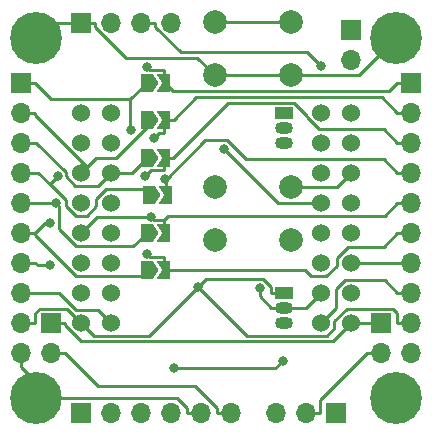
<source format=gbr>
%TF.GenerationSoftware,KiCad,Pcbnew,(6.0.7)*%
%TF.CreationDate,2022-09-26T10:55:09-05:00*%
%TF.ProjectId,OpenMuscle5,4f70656e-4d75-4736-936c-65352e6b6963,rev?*%
%TF.SameCoordinates,Original*%
%TF.FileFunction,Copper,L1,Top*%
%TF.FilePolarity,Positive*%
%FSLAX46Y46*%
G04 Gerber Fmt 4.6, Leading zero omitted, Abs format (unit mm)*
G04 Created by KiCad (PCBNEW (6.0.7)) date 2022-09-26 10:55:09*
%MOMM*%
%LPD*%
G01*
G04 APERTURE LIST*
G04 Aperture macros list*
%AMFreePoly0*
4,1,6,1.000000,0.000000,0.500000,-0.750000,-0.500000,-0.750000,-0.500000,0.750000,0.500000,0.750000,1.000000,0.000000,1.000000,0.000000,$1*%
%AMFreePoly1*
4,1,6,0.500000,-0.750000,-0.650000,-0.750000,-0.150000,0.000000,-0.650000,0.750000,0.500000,0.750000,0.500000,-0.750000,0.500000,-0.750000,$1*%
G04 Aperture macros list end*
%TA.AperFunction,ComponentPad*%
%ADD10R,1.700000X1.700000*%
%TD*%
%TA.AperFunction,ComponentPad*%
%ADD11O,1.700000X1.700000*%
%TD*%
%TA.AperFunction,SMDPad,CuDef*%
%ADD12FreePoly0,0.000000*%
%TD*%
%TA.AperFunction,SMDPad,CuDef*%
%ADD13FreePoly1,0.000000*%
%TD*%
%TA.AperFunction,ComponentPad*%
%ADD14C,1.524000*%
%TD*%
%TA.AperFunction,ComponentPad*%
%ADD15C,2.000000*%
%TD*%
%TA.AperFunction,ComponentPad*%
%ADD16C,4.400000*%
%TD*%
%TA.AperFunction,ComponentPad*%
%ADD17R,1.500000X1.050000*%
%TD*%
%TA.AperFunction,ComponentPad*%
%ADD18O,1.500000X1.050000*%
%TD*%
%TA.AperFunction,ViaPad*%
%ADD19C,0.800000*%
%TD*%
%TA.AperFunction,Conductor*%
%ADD20C,0.250000*%
%TD*%
G04 APERTURE END LIST*
D10*
%TO.P,BT1,1,Pin_1*%
%TO.N,Net-(Ch1-Pad3)*%
X181610000Y-78105000D03*
D11*
%TO.P,BT1,2,Pin_2*%
%TO.N,Net-(Ch1-Pad4)*%
X181610000Y-80645000D03*
%TD*%
D12*
%TO.P,NC1,1,A*%
%TO.N,Net-(E1-Pad6)*%
X164285000Y-82550000D03*
D13*
%TO.P,NC1,2,B*%
%TO.N,Net-(A1-Pad2)*%
X165735000Y-82550000D03*
%TD*%
D10*
%TO.P,Ch1,1,VIN*%
%TO.N,unconnected-(Ch1-Pad1)*%
X158750000Y-110490000D03*
D11*
%TO.P,Ch1,2,IN-GND*%
%TO.N,unconnected-(Ch1-Pad2)*%
X161290000Y-110490000D03*
%TO.P,Ch1,3,BAT-GND*%
%TO.N,Net-(Ch1-Pad3)*%
X163830000Y-110490000D03*
%TO.P,Ch1,4,BAT+*%
%TO.N,Net-(Ch1-Pad4)*%
X166370000Y-110490000D03*
%TO.P,Ch1,5,OUT-GND*%
%TO.N,Net-(J1-Pad10)*%
X168910000Y-110490000D03*
%TO.P,Ch1,6,OUT-5V*%
%TO.N,Net-(Ch1-Pad6)*%
X171450000Y-110490000D03*
%TD*%
D10*
%TO.P,Five2,1,Pin_1*%
%TO.N,Net-(E1-Pad150)*%
X184150000Y-102870000D03*
D11*
%TO.P,Five2,2,Pin_2*%
%TO.N,Net-(Ch1-Pad6)*%
X184150000Y-105410000D03*
%TD*%
D10*
%TO.P,J1,1,ACD0*%
%TO.N,Net-(E1-Pad6)*%
X153670000Y-82550000D03*
D11*
%TO.P,J1,2,ADC1*%
%TO.N,Net-(E1-Pad5)*%
X153670000Y-85090000D03*
%TO.P,J1,3,Pin_3*%
%TO.N,Net-(E1-Pad4)*%
X153670000Y-87630000D03*
%TO.P,J1,4,Pin_4*%
%TO.N,Net-(E1-Pad3)*%
X153670000Y-90170000D03*
%TO.P,J1,5,Pin_5*%
%TO.N,Net-(E1-Pad2)*%
X153670000Y-92710000D03*
%TO.P,J1,6,Pin_6*%
%TO.N,Net-(E1-Pad1)*%
X153670000Y-95250000D03*
%TO.P,J1,7,Pin_7*%
%TO.N,Net-(E1-Pad7)*%
X153670000Y-97790000D03*
%TO.P,J1,8,Pin_8*%
%TO.N,Net-(E1-Pad14)*%
X153670000Y-100330000D03*
%TO.P,J1,9,Pin_9*%
%TO.N,Net-(E1-Pad133)*%
X153670000Y-102870000D03*
%TO.P,J1,10,Pin_10*%
%TO.N,Net-(J1-Pad10)*%
X153670000Y-105410000D03*
%TD*%
D12*
%TO.P,NC3,1,A*%
%TO.N,Net-(E1-Pad4)*%
X164285000Y-88900000D03*
D13*
%TO.P,NC3,2,B*%
%TO.N,Net-(A3-Pad2)*%
X165735000Y-88900000D03*
%TD*%
D14*
%TO.P,E1,0,EN*%
%TO.N,unconnected-(E1-Pad0)*%
X158750000Y-85090000D03*
%TO.P,E1,1,ADC1_0*%
%TO.N,Net-(E1-Pad1)*%
X161290000Y-85090000D03*
%TO.P,E1,2,ADC1_1*%
%TO.N,Net-(E1-Pad2)*%
X161290000Y-87630000D03*
%TO.P,E1,3,ADC1_2*%
%TO.N,Net-(E1-Pad3)*%
X158750000Y-87630000D03*
%TO.P,E1,4,ADC1_3*%
%TO.N,Net-(E1-Pad4)*%
X161290000Y-90170000D03*
%TO.P,E1,5,ADC1_4*%
%TO.N,Net-(E1-Pad5)*%
X158750000Y-90170000D03*
%TO.P,E1,6,ADC1_5*%
%TO.N,Net-(E1-Pad6)*%
X161290000Y-92710000D03*
%TO.P,E1,7,ADC1_6*%
%TO.N,Net-(E1-Pad7)*%
X158750000Y-92710000D03*
%TO.P,E1,8,ADC1_7*%
%TO.N,Net-(A6-Pad2)*%
X161290000Y-95250000D03*
%TO.P,E1,9,ADC1_8*%
%TO.N,Net-(A5-Pad2)*%
X158750000Y-95250000D03*
%TO.P,E1,10,ADC1_9*%
%TO.N,Net-(A4-Pad2)*%
X161290000Y-97790000D03*
%TO.P,E1,11,ADC2_0*%
%TO.N,Net-(A3-Pad2)*%
X158750000Y-97790000D03*
%TO.P,E1,12,ADC2_1*%
%TO.N,Net-(A2-Pad2)*%
X158750000Y-100330000D03*
%TO.P,E1,13,ADC2_2*%
%TO.N,Net-(A1-Pad2)*%
X161290000Y-100330000D03*
%TO.P,E1,14,ADC2_3*%
%TO.N,Net-(E1-Pad14)*%
X161290000Y-102870000D03*
%TO.P,E1,15,ADC2_4*%
%TO.N,Net-(E1-Pad15)*%
X179070000Y-102870000D03*
%TO.P,E1,16,ADC2_5*%
%TO.N,Net-(E1-Pad16)*%
X181610000Y-97790000D03*
%TO.P,E1,17,ADC2_6*%
%TO.N,Net-(E1-Pad17)*%
X179070000Y-97790000D03*
%TO.P,E1,18,ADC2_7*%
%TO.N,Net-(E1-Pad18)*%
X181610000Y-95250000D03*
%TO.P,E1,21,21*%
%TO.N,unconnected-(E1-Pad21)*%
X179070000Y-95250000D03*
%TO.P,E1,33,FSPI_HD_io4*%
%TO.N,Net-(E1-Pad33)*%
X181610000Y-92710000D03*
%TO.P,E1,34,FSPI_SCO_dqs*%
%TO.N,Net-(E1-Pad34)*%
X179070000Y-92710000D03*
%TO.P,E1,35,FSPI_D_io6*%
%TO.N,Net-(E1-Pad35)*%
X181610000Y-90170000D03*
%TO.P,E1,36,FSPI_CLK_io7*%
%TO.N,Net-(E1-Pad36)*%
X179070000Y-90170000D03*
%TO.P,E1,37,FSPI_Q*%
%TO.N,unconnected-(E1-Pad37)*%
X181610000Y-87630000D03*
%TO.P,E1,38,FSPI_WP*%
%TO.N,unconnected-(E1-Pad38)*%
X179070000Y-87630000D03*
%TO.P,E1,39,CLK3*%
%TO.N,unconnected-(E1-Pad39)*%
X181610000Y-85090000D03*
%TO.P,E1,40,CLK2*%
%TO.N,unconnected-(E1-Pad40)*%
X179070000Y-85090000D03*
%TO.P,E1,129,GND*%
%TO.N,Net-(J1-Pad10)*%
X179070000Y-100330000D03*
%TO.P,E1,130,GND*%
X181610000Y-100330000D03*
%TO.P,E1,133,3.3V*%
%TO.N,Net-(E1-Pad133)*%
X158750000Y-102870000D03*
%TO.P,E1,150,VBUS*%
%TO.N,Net-(E1-Pad150)*%
X181610000Y-102870000D03*
%TD*%
D15*
%TO.P,SW3,1,1*%
%TO.N,Net-(E1-Pad35)*%
X170030000Y-91385000D03*
X176530000Y-91385000D03*
%TO.P,SW3,2,2*%
%TO.N,Net-(J1-Pad10)*%
X176530000Y-95885000D03*
X170030000Y-95885000D03*
%TD*%
D10*
%TO.P,Five1,1,Pin_1*%
%TO.N,Net-(E1-Pad150)*%
X156210000Y-102870000D03*
D11*
%TO.P,Five1,2,Pin_2*%
%TO.N,Net-(Ch1-Pad6)*%
X156210000Y-105410000D03*
%TD*%
D16*
%TO.P,H3,1,1*%
%TO.N,Net-(J1-Pad10)*%
X154940000Y-109220000D03*
%TD*%
D10*
%TO.P,S1,1,GND*%
%TO.N,Net-(J1-Pad10)*%
X158750000Y-77470000D03*
D11*
%TO.P,S1,2,VCC*%
%TO.N,Net-(E1-Pad150)*%
X161290000Y-77470000D03*
%TO.P,S1,3,SCL*%
%TO.N,Net-(E1-Pad33)*%
X163830000Y-77470000D03*
%TO.P,S1,4,SDA*%
%TO.N,Net-(E1-Pad34)*%
X166370000Y-77470000D03*
%TD*%
D12*
%TO.P,NC6,1,A*%
%TO.N,Net-(E1-Pad1)*%
X164285000Y-98425000D03*
D13*
%TO.P,NC6,2,B*%
%TO.N,Net-(A6-Pad2)*%
X165735000Y-98425000D03*
%TD*%
D16*
%TO.P,H4,1,1*%
%TO.N,Net-(J1-Pad10)*%
X185420000Y-109220000D03*
%TD*%
D12*
%TO.P,NC5,1,A*%
%TO.N,Net-(E1-Pad2)*%
X164285000Y-95250000D03*
D13*
%TO.P,NC5,2,B*%
%TO.N,Net-(A5-Pad2)*%
X165735000Y-95250000D03*
%TD*%
D16*
%TO.P,H2,1,1*%
%TO.N,Net-(J1-Pad10)*%
X185420000Y-78740000D03*
%TD*%
D12*
%TO.P,NC2,1,A*%
%TO.N,Net-(E1-Pad5)*%
X164285000Y-85725000D03*
D13*
%TO.P,NC2,2,B*%
%TO.N,Net-(A2-Pad2)*%
X165735000Y-85725000D03*
%TD*%
D16*
%TO.P,H1,1,1*%
%TO.N,Net-(J1-Pad10)*%
X154940000Y-78740000D03*
%TD*%
D10*
%TO.P,J2,1,ACD0*%
%TO.N,Net-(A1-Pad2)*%
X186690000Y-82550000D03*
D11*
%TO.P,J2,2,ADC1*%
%TO.N,Net-(A2-Pad2)*%
X186690000Y-85090000D03*
%TO.P,J2,3,Pin_3*%
%TO.N,Net-(A3-Pad2)*%
X186690000Y-87630000D03*
%TO.P,J2,4,Pin_4*%
%TO.N,Net-(A4-Pad2)*%
X186690000Y-90170000D03*
%TO.P,J2,5,Pin_5*%
%TO.N,Net-(A5-Pad2)*%
X186690000Y-92710000D03*
%TO.P,J2,6,Pin_6*%
%TO.N,Net-(A6-Pad2)*%
X186690000Y-95250000D03*
%TO.P,J2,7,Pin_7*%
%TO.N,Net-(E1-Pad16)*%
X186690000Y-97790000D03*
%TO.P,J2,8,Pin_8*%
%TO.N,Net-(E1-Pad15)*%
X186690000Y-100330000D03*
%TO.P,J2,9,Pin_9*%
%TO.N,Net-(E1-Pad133)*%
X186690000Y-102870000D03*
%TO.P,J2,10,Pin_10*%
%TO.N,Net-(J1-Pad10)*%
X186690000Y-105410000D03*
%TD*%
D10*
%TO.P,SW1,1,A*%
%TO.N,Net-(E1-Pad150)*%
X180340000Y-110490000D03*
D11*
%TO.P,SW1,2,B*%
%TO.N,Net-(Ch1-Pad6)*%
X177800000Y-110490000D03*
%TO.P,SW1,3*%
%TO.N,N/C*%
X175260000Y-110490000D03*
%TD*%
D15*
%TO.P,SW2,1,1*%
%TO.N,Net-(E1-Pad36)*%
X170030000Y-77415000D03*
X176530000Y-77415000D03*
%TO.P,SW2,2,2*%
%TO.N,Net-(J1-Pad10)*%
X170030000Y-81915000D03*
X176530000Y-81915000D03*
%TD*%
D12*
%TO.P,NC4,1,A*%
%TO.N,Net-(E1-Pad3)*%
X164465000Y-92075000D03*
D13*
%TO.P,NC4,2,B*%
%TO.N,Net-(A4-Pad2)*%
X165915000Y-92075000D03*
%TD*%
D17*
%TO.P,U2,1,VCC*%
%TO.N,Net-(E1-Pad133)*%
X175895000Y-100330000D03*
D18*
%TO.P,U2,2,GND*%
%TO.N,Net-(J1-Pad10)*%
X175895000Y-101600000D03*
%TO.P,U2,3,OUT*%
%TO.N,Net-(A4-Pad1)*%
X175895000Y-102870000D03*
%TD*%
D17*
%TO.P,U1,1,VCC*%
%TO.N,Net-(E1-Pad133)*%
X175895000Y-85090000D03*
D18*
%TO.P,U1,2,GND*%
%TO.N,Net-(J1-Pad10)*%
X175895000Y-86360000D03*
%TO.P,U1,3,OUT*%
%TO.N,Net-(A1-Pad1)*%
X175895000Y-87630000D03*
%TD*%
D19*
%TO.N,Net-(E1-Pad133)*%
X168651900Y-99825900D03*
%TO.N,Net-(A1-Pad2)*%
X164285000Y-81183900D03*
%TO.N,Net-(A2-Pad2)*%
X164919300Y-87251500D03*
%TO.N,Net-(A3-Pad2)*%
X164134200Y-90487500D03*
%TO.N,Net-(A4-Pad2)*%
X165866700Y-90704500D03*
%TO.N,Net-(A5-Pad2)*%
X164641300Y-93896000D03*
%TO.N,Net-(A6-Pad2)*%
X164285000Y-97069600D03*
%TO.N,Net-(Ch1-Pad3)*%
X175793500Y-106083900D03*
X166564300Y-106705800D03*
%TO.N,Net-(E1-Pad1)*%
X156117700Y-94459100D03*
%TO.N,Net-(E1-Pad2)*%
X156597100Y-92710000D03*
%TO.N,Net-(E1-Pad3)*%
X156744500Y-90454100D03*
%TO.N,Net-(E1-Pad6)*%
X162983400Y-86582600D03*
%TO.N,Net-(E1-Pad7)*%
X156117700Y-98017800D03*
%TO.N,Net-(E1-Pad33)*%
X179049200Y-81158500D03*
%TO.N,Net-(E1-Pad34)*%
X170805100Y-88145200D03*
%TO.N,Net-(J1-Pad10)*%
X173849600Y-99922200D03*
%TD*%
D20*
%TO.N,Net-(E1-Pad133)*%
X179512500Y-103965400D02*
X180180700Y-103297200D01*
X180180700Y-103297200D02*
X180180700Y-102751000D01*
X174127700Y-99174000D02*
X169303800Y-99174000D01*
X168651900Y-99825900D02*
X164512400Y-103965400D01*
X180180700Y-102751000D02*
X181237000Y-101694700D01*
X185147500Y-101694700D02*
X185514700Y-102061900D01*
X159845400Y-103965400D02*
X158750000Y-102870000D01*
X175895000Y-100330000D02*
X174819700Y-100330000D01*
X169303800Y-99174000D02*
X168651900Y-99825900D01*
X172791400Y-103965400D02*
X179512500Y-103965400D01*
X168651900Y-99825900D02*
X172791400Y-103965400D01*
X153670000Y-102870000D02*
X154845300Y-102870000D01*
X164512400Y-103965400D02*
X159845400Y-103965400D01*
X185514700Y-102061900D02*
X185514700Y-102870000D01*
X155212500Y-101694700D02*
X154845300Y-102061900D01*
X174819700Y-100330000D02*
X174819700Y-99866000D01*
X174819700Y-99866000D02*
X174127700Y-99174000D01*
X186690000Y-102870000D02*
X185514700Y-102870000D01*
X154845300Y-102061900D02*
X154845300Y-102870000D01*
X157574700Y-101694700D02*
X155212500Y-101694700D01*
X158750000Y-102870000D02*
X157574700Y-101694700D01*
X181237000Y-101694700D02*
X185147500Y-101694700D01*
%TO.N,Net-(A1-Pad2)*%
X164575800Y-81474700D02*
X164285000Y-81183900D01*
X165735000Y-82520800D02*
X166491700Y-83277500D01*
X186690000Y-82550000D02*
X185514700Y-82550000D01*
X166491700Y-83277500D02*
X184787200Y-83277500D01*
X184787200Y-83277500D02*
X185514700Y-82550000D01*
X165735000Y-82550000D02*
X165735000Y-82520800D01*
X165735000Y-81474700D02*
X164575800Y-81474700D01*
X165735000Y-82520800D02*
X165735000Y-81474700D01*
%TO.N,Net-(A2-Pad2)*%
X186690000Y-85090000D02*
X185514700Y-85090000D01*
X184213400Y-83788700D02*
X185514700Y-85090000D01*
X164919300Y-87251500D02*
X165370500Y-86800300D01*
X165735000Y-85725000D02*
X165735000Y-86800300D01*
X166560300Y-85725000D02*
X168496600Y-83788700D01*
X168496600Y-83788700D02*
X184213400Y-83788700D01*
X165370500Y-86800300D02*
X165735000Y-86800300D01*
X165735000Y-85725000D02*
X166560300Y-85725000D01*
%TO.N,Net-(A3-Pad2)*%
X164646400Y-89975300D02*
X165735000Y-89975300D01*
X171198100Y-84239600D02*
X176781000Y-84239600D01*
X176781000Y-84239600D02*
X177892900Y-85351500D01*
X178869900Y-86454700D02*
X184339400Y-86454700D01*
X177892900Y-85351500D02*
X177892900Y-85477700D01*
X165735000Y-88900000D02*
X165735000Y-89975300D01*
X184339400Y-86454700D02*
X185514700Y-87630000D01*
X177892900Y-85477700D02*
X178869900Y-86454700D01*
X164134200Y-90487500D02*
X164646400Y-89975300D01*
X186690000Y-87630000D02*
X185514700Y-87630000D01*
X165735000Y-88900000D02*
X166537700Y-88900000D01*
X166537700Y-88900000D02*
X171198100Y-84239600D01*
%TO.N,Net-(A4-Pad2)*%
X172680400Y-88994700D02*
X171100400Y-87414700D01*
X184339400Y-88994700D02*
X172680400Y-88994700D01*
X169253100Y-87414700D02*
X165915000Y-90752800D01*
X186690000Y-90170000D02*
X185514700Y-90170000D01*
X185514700Y-90170000D02*
X184339400Y-88994700D01*
X171100400Y-87414700D02*
X169253100Y-87414700D01*
X165915000Y-92075000D02*
X165915000Y-91537300D01*
X165915000Y-90752800D02*
X165866700Y-90704500D01*
X165915000Y-91537300D02*
X165915000Y-90752800D01*
%TO.N,Net-(A5-Pad2)*%
X185514700Y-92710000D02*
X184425500Y-93799200D01*
X186690000Y-92710000D02*
X185514700Y-92710000D01*
X166110500Y-93799200D02*
X165735000Y-94174700D01*
X158750000Y-95250000D02*
X160104000Y-93896000D01*
X160104000Y-93896000D02*
X164641300Y-93896000D01*
X184425500Y-93799200D02*
X166110500Y-93799200D01*
X164920000Y-94174700D02*
X165735000Y-94174700D01*
X165735000Y-95250000D02*
X165735000Y-94174700D01*
X164641300Y-93896000D02*
X164920000Y-94174700D01*
%TO.N,Net-(A6-Pad2)*%
X181364900Y-96425300D02*
X180359300Y-97430900D01*
X180359300Y-97430900D02*
X180359300Y-98041300D01*
X179491100Y-98909500D02*
X178168500Y-98909500D01*
X185514700Y-95250000D02*
X184339400Y-96425300D01*
X184339400Y-96425300D02*
X181364900Y-96425300D01*
X186690000Y-95250000D02*
X185514700Y-95250000D01*
X177684000Y-98425000D02*
X165735000Y-98425000D01*
X178168500Y-98909500D02*
X177684000Y-98425000D01*
X165735000Y-97349700D02*
X164565100Y-97349700D01*
X164565100Y-97349700D02*
X164285000Y-97069600D01*
X165735000Y-98425000D02*
X165735000Y-97349700D01*
X180359300Y-98041300D02*
X179491100Y-98909500D01*
%TO.N,Net-(Ch1-Pad3)*%
X175171600Y-106705800D02*
X175793500Y-106083900D01*
X166564300Y-106705800D02*
X175171600Y-106705800D01*
%TO.N,Net-(E1-Pad1)*%
X156117700Y-94459100D02*
X155636200Y-94459100D01*
X158296300Y-98921400D02*
X154845300Y-95470400D01*
X164285000Y-98425000D02*
X163788600Y-98921400D01*
X153670000Y-95250000D02*
X154845300Y-95250000D01*
X163788600Y-98921400D02*
X158296300Y-98921400D01*
X155636200Y-94459100D02*
X154845300Y-95250000D01*
X154845300Y-95470400D02*
X154845300Y-95250000D01*
%TO.N,Net-(E1-Pad2)*%
X153670000Y-92710000D02*
X154845300Y-92710000D01*
X158299900Y-96371600D02*
X156843000Y-94914700D01*
X156843000Y-94914700D02*
X156843000Y-92955900D01*
X156843000Y-92955900D02*
X156597100Y-92710000D01*
X154845300Y-92710000D02*
X156597100Y-92710000D01*
X163163400Y-96371600D02*
X158299900Y-96371600D01*
X164285000Y-95250000D02*
X163163400Y-96371600D01*
%TO.N,Net-(E1-Pad3)*%
X155088400Y-90170000D02*
X153670000Y-90170000D01*
X160876500Y-91578700D02*
X160020000Y-92435200D01*
X156744500Y-90454100D02*
X156058500Y-91140100D01*
X157434100Y-92515700D02*
X156058500Y-91140100D01*
X156058500Y-91140100D02*
X155088400Y-90170000D01*
X160020000Y-93010000D02*
X159200800Y-93829200D01*
X163968700Y-91578700D02*
X160876500Y-91578700D01*
X159200800Y-93829200D02*
X158301400Y-93829200D01*
X158301400Y-93829200D02*
X157434100Y-92961900D01*
X164465000Y-92075000D02*
X163968700Y-91578700D01*
X157434100Y-92961900D02*
X157434100Y-92515700D01*
X160020000Y-92435200D02*
X160020000Y-93010000D01*
%TO.N,Net-(E1-Pad4)*%
X157469800Y-90153600D02*
X154946200Y-87630000D01*
X157469800Y-90474900D02*
X157469800Y-90153600D01*
X164285000Y-88900000D02*
X163015000Y-90170000D01*
X161290000Y-90170000D02*
X160196100Y-91263900D01*
X163015000Y-90170000D02*
X161290000Y-90170000D01*
X158258800Y-91263900D02*
X157469800Y-90474900D01*
X154946200Y-87630000D02*
X154845300Y-87630000D01*
X160196100Y-91263900D02*
X158258800Y-91263900D01*
X153670000Y-87630000D02*
X154845300Y-87630000D01*
%TO.N,Net-(E1-Pad5)*%
X164285000Y-86306800D02*
X164285000Y-85725000D01*
X154845300Y-85263100D02*
X154845300Y-85090000D01*
X159251100Y-89668900D02*
X160020000Y-88900000D01*
X153670000Y-85090000D02*
X154845300Y-85090000D01*
X159251100Y-89668900D02*
X154845300Y-85263100D01*
X160020000Y-88900000D02*
X161691800Y-88900000D01*
X161691800Y-88900000D02*
X164285000Y-86306800D01*
X159251100Y-89668900D02*
X158750000Y-90170000D01*
%TO.N,Net-(E1-Pad6)*%
X153670000Y-82550000D02*
X154845300Y-82550000D01*
X162906700Y-83928300D02*
X156223600Y-83928300D01*
X162983400Y-86582600D02*
X162906700Y-86505900D01*
X156223600Y-83928300D02*
X154845300Y-82550000D01*
X164285000Y-82550000D02*
X162906700Y-83928300D01*
X162906700Y-86505900D02*
X162906700Y-83928300D01*
%TO.N,Net-(E1-Pad7)*%
X153670000Y-97790000D02*
X154845300Y-97790000D01*
X156117700Y-98017800D02*
X155073100Y-98017800D01*
X155073100Y-98017800D02*
X154845300Y-97790000D01*
%TO.N,Net-(E1-Pad14)*%
X154845300Y-100330000D02*
X156886900Y-100330000D01*
X153670000Y-100330000D02*
X154845300Y-100330000D01*
X156886900Y-100330000D02*
X158316200Y-101759300D01*
X158316200Y-101759300D02*
X160179300Y-101759300D01*
X160179300Y-101759300D02*
X161290000Y-102870000D01*
%TO.N,Net-(E1-Pad15)*%
X181095100Y-99242600D02*
X180340000Y-99997700D01*
X186690000Y-100330000D02*
X185514700Y-100330000D01*
X180340000Y-101600000D02*
X179070000Y-102870000D01*
X180340000Y-99997700D02*
X180340000Y-101600000D01*
X184427300Y-99242600D02*
X181095100Y-99242600D01*
X185514700Y-100330000D02*
X184427300Y-99242600D01*
%TO.N,Net-(E1-Pad16)*%
X186690000Y-97790000D02*
X181610000Y-97790000D01*
%TO.N,Net-(E1-Pad33)*%
X165005300Y-77837300D02*
X167155100Y-79987100D01*
X165005300Y-77470000D02*
X165005300Y-77837300D01*
X177877800Y-79987100D02*
X179049200Y-81158500D01*
X167155100Y-79987100D02*
X177877800Y-79987100D01*
X163830000Y-77470000D02*
X165005300Y-77470000D01*
%TO.N,Net-(E1-Pad34)*%
X170805100Y-88145200D02*
X175430300Y-92770400D01*
X175430300Y-92770400D02*
X179009600Y-92770400D01*
X179009600Y-92770400D02*
X179070000Y-92710000D01*
%TO.N,Net-(J1-Pad10)*%
X176530000Y-81915000D02*
X170030000Y-81915000D01*
X156210000Y-77470000D02*
X154940000Y-78740000D01*
X158750000Y-77470000D02*
X159925300Y-77470000D01*
X174819700Y-101600000D02*
X173849600Y-100629900D01*
X173849600Y-100629900D02*
X173849600Y-99922200D01*
X175814600Y-101600000D02*
X175895000Y-101600000D01*
X182245000Y-81915000D02*
X176530000Y-81915000D01*
X162546500Y-80458500D02*
X159925300Y-77837300D01*
X168910000Y-110490000D02*
X167734700Y-110490000D01*
X154940000Y-107855300D02*
X153670000Y-106585300D01*
X170030000Y-81915000D02*
X168573500Y-80458500D01*
X177800000Y-101600000D02*
X179070000Y-100330000D01*
X175814600Y-101600000D02*
X174819700Y-101600000D01*
X167734700Y-110490000D02*
X167734700Y-110122700D01*
X175895000Y-101600000D02*
X177800000Y-101600000D01*
X158750000Y-77470000D02*
X156210000Y-77470000D01*
X168573500Y-80458500D02*
X162546500Y-80458500D01*
X185420000Y-78740000D02*
X182245000Y-81915000D01*
X166832000Y-109220000D02*
X154940000Y-109220000D01*
X159925300Y-77837300D02*
X159925300Y-77470000D01*
X167734700Y-110122700D02*
X166832000Y-109220000D01*
X154940000Y-109220000D02*
X154940000Y-107855300D01*
X153670000Y-105410000D02*
X153670000Y-106585300D01*
%TO.N,Net-(Ch1-Pad6)*%
X168378500Y-108226500D02*
X160201800Y-108226500D01*
X171450000Y-110490000D02*
X170274700Y-110490000D01*
X184150000Y-105410000D02*
X182974700Y-105410000D01*
X178975300Y-110490000D02*
X178975300Y-109409400D01*
X178975300Y-109409400D02*
X182974700Y-105410000D01*
X177800000Y-110490000D02*
X178975300Y-110490000D01*
X170274700Y-110122700D02*
X168378500Y-108226500D01*
X170274700Y-110490000D02*
X170274700Y-110122700D01*
X156210000Y-105410000D02*
X157385300Y-105410000D01*
X160201800Y-108226500D02*
X157385300Y-105410000D01*
%TO.N,Net-(E1-Pad150)*%
X181610000Y-102870000D02*
X180064200Y-104415800D01*
X181610000Y-102870000D02*
X182974700Y-102870000D01*
X158710700Y-104415800D02*
X157385300Y-103090400D01*
X157385300Y-103090400D02*
X157385300Y-102870000D01*
X156210000Y-102870000D02*
X157385300Y-102870000D01*
X180064200Y-104415800D02*
X158710700Y-104415800D01*
X184150000Y-102870000D02*
X182974700Y-102870000D01*
%TO.N,Net-(E1-Pad35)*%
X180395000Y-91385000D02*
X181610000Y-90170000D01*
X176530000Y-91385000D02*
X180395000Y-91385000D01*
%TO.N,Net-(E1-Pad36)*%
X176530000Y-77415000D02*
X170030000Y-77415000D01*
%TD*%
M02*

</source>
